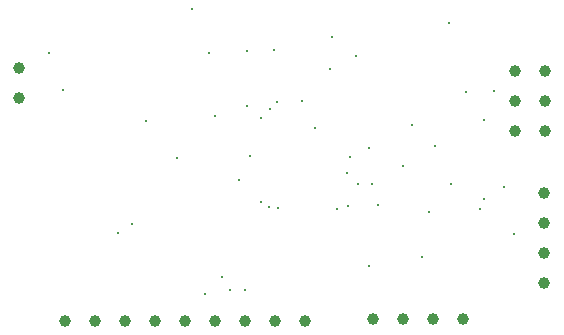
<source format=gbr>
%TF.GenerationSoftware,KiCad,Pcbnew,9.0.1*%
%TF.CreationDate,2025-07-02T13:22:35+05:30*%
%TF.ProjectId,4. MCU data logger,342e204d-4355-4206-9461-7461206c6f67,1*%
%TF.SameCoordinates,Original*%
%TF.FileFunction,Plated,1,2,PTH,Drill*%
%TF.FilePolarity,Positive*%
%FSLAX46Y46*%
G04 Gerber Fmt 4.6, Leading zero omitted, Abs format (unit mm)*
G04 Created by KiCad (PCBNEW 9.0.1) date 2025-07-02 13:22:35*
%MOMM*%
%LPD*%
G01*
G04 APERTURE LIST*
%TA.AperFunction,ViaDrill*%
%ADD10C,0.300000*%
%TD*%
%TA.AperFunction,ComponentDrill*%
%ADD11C,1.000000*%
%TD*%
G04 APERTURE END LIST*
D10*
X50698400Y-64465200D03*
X51866800Y-67614800D03*
X56540400Y-79705200D03*
X57759600Y-78943200D03*
X58928000Y-70256400D03*
X61569600Y-73406000D03*
X62788613Y-60768000D03*
X63906400Y-84886800D03*
X64262000Y-64465200D03*
X64770000Y-69821600D03*
X65379600Y-83413600D03*
X66040000Y-84531200D03*
X66801809Y-75184191D03*
X67310000Y-84531200D03*
X67462400Y-64312800D03*
X67513200Y-68935600D03*
X67716400Y-73202800D03*
X68681409Y-77063791D03*
X68681600Y-70002400D03*
X69342000Y-77520800D03*
X69410665Y-69207465D03*
X69799200Y-64262000D03*
X70020265Y-68597865D03*
X70140231Y-77574015D03*
X72136000Y-68529200D03*
X73202800Y-70815200D03*
X74472800Y-65836800D03*
X74676000Y-63093600D03*
X75082400Y-77673200D03*
X75946000Y-74676000D03*
X76047600Y-77470000D03*
X76200000Y-73253600D03*
X76708000Y-64770000D03*
X76911200Y-75590400D03*
X77774800Y-82550000D03*
X77825600Y-72542400D03*
X78079600Y-75539600D03*
X78536800Y-77317600D03*
X80670400Y-74015600D03*
X81483200Y-70612000D03*
X82296000Y-81788000D03*
X82854800Y-77927200D03*
X83362800Y-72390000D03*
X84582000Y-61976000D03*
X84785200Y-75528400D03*
X86055200Y-67756000D03*
X87176707Y-77665387D03*
X87528400Y-70154800D03*
X87579200Y-76860400D03*
X88428435Y-67679965D03*
X89255600Y-75844400D03*
X90101335Y-79773865D03*
D11*
%TO.C,BT1*%
X48209200Y-65786000D03*
X48209200Y-68326000D03*
%TO.C,J3*%
X52070000Y-87172800D03*
X54610000Y-87172800D03*
X57150000Y-87172800D03*
X59690000Y-87172800D03*
X62230000Y-87172800D03*
X64770000Y-87172800D03*
X67310000Y-87172800D03*
X69850000Y-87172800D03*
X72390000Y-87172800D03*
%TO.C,J2*%
X78181200Y-86969600D03*
X80721200Y-86969600D03*
X83261200Y-86969600D03*
X85801200Y-86969600D03*
%TO.C,J4*%
X90170000Y-66040000D03*
X90170000Y-68580000D03*
X90170000Y-71120000D03*
%TO.C,J1*%
X92608400Y-76352400D03*
X92608400Y-78892400D03*
X92608400Y-81432400D03*
X92608400Y-83972400D03*
%TO.C,J4*%
X92710000Y-66040000D03*
X92710000Y-68580000D03*
X92710000Y-71120000D03*
M02*

</source>
